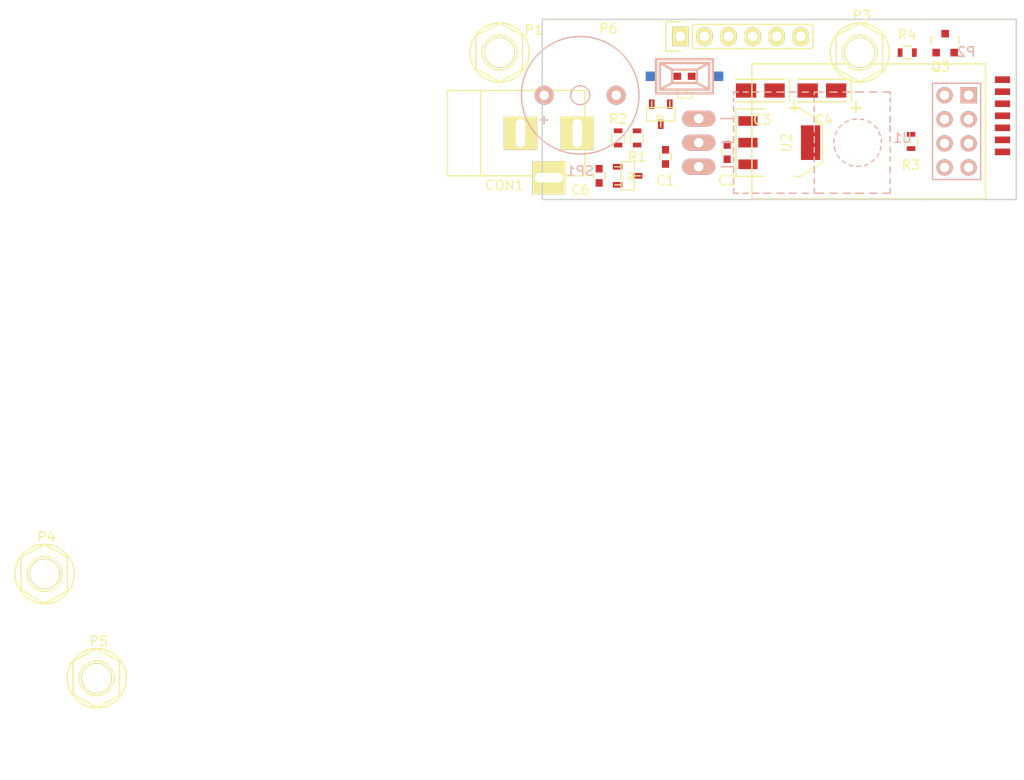
<source format=kicad_pcb>
(kicad_pcb (version 4) (host pcbnew "(2015-01-16 BZR 5376)-product")

  (general
    (links 47)
    (no_connects 47)
    (area 95.924999 76.924999 146.075001 96.075001)
    (thickness 1.6)
    (drawings 11)
    (tracks 0)
    (zones 0)
    (modules 25)
    (nets 17)
  )

  (page A4)
  (layers
    (0 F.Cu signal)
    (31 B.Cu signal)
    (32 B.Adhes user)
    (33 F.Adhes user)
    (34 B.Paste user)
    (35 F.Paste user)
    (36 B.SilkS user)
    (37 F.SilkS user)
    (38 B.Mask user)
    (39 F.Mask user)
    (40 Dwgs.User user)
    (41 Cmts.User user)
    (42 Eco1.User user)
    (43 Eco2.User user)
    (44 Edge.Cuts user)
    (45 Margin user)
    (46 B.CrtYd user)
    (47 F.CrtYd user)
    (48 B.Fab user)
    (49 F.Fab user)
  )

  (setup
    (last_trace_width 0.25)
    (user_trace_width 1)
    (trace_clearance 0.2)
    (zone_clearance 0.508)
    (zone_45_only no)
    (trace_min 0.2)
    (segment_width 0.2)
    (edge_width 0.15)
    (via_size 0.6)
    (via_drill 0.4)
    (via_min_size 0.4)
    (via_min_drill 0.3)
    (uvia_size 0.3)
    (uvia_drill 0.1)
    (uvias_allowed no)
    (uvia_min_size 0.2)
    (uvia_min_drill 0.1)
    (pcb_text_width 0.3)
    (pcb_text_size 1.5 1.5)
    (mod_edge_width 0.15)
    (mod_text_size 1 1)
    (mod_text_width 0.15)
    (pad_size 15 15)
    (pad_drill 0)
    (pad_to_mask_clearance 0.2)
    (aux_axis_origin 0 0)
    (visible_elements 7FFFF7FF)
    (pcbplotparams
      (layerselection 0x00030_80000001)
      (usegerberextensions false)
      (excludeedgelayer true)
      (linewidth 0.100000)
      (plotframeref false)
      (viasonmask false)
      (mode 1)
      (useauxorigin false)
      (hpglpennumber 1)
      (hpglpenspeed 20)
      (hpglpendiameter 15)
      (hpglpenoverlay 2)
      (psnegative false)
      (psa4output false)
      (plotreference true)
      (plotvalue true)
      (plotinvisibletext false)
      (padsonsilk false)
      (subtractmaskfromsilk false)
      (outputformat 1)
      (mirror false)
      (drillshape 1)
      (scaleselection 1)
      (outputdirectory ""))
  )

  (net 0 "")
  (net 1 "Net-(C1-Pad1)")
  (net 2 GND)
  (net 3 +5V)
  (net 4 +3V3)
  (net 5 /RESET)
  (net 6 "Net-(C6-Pad1)")
  (net 7 /TX)
  (net 8 "Net-(P2-Pad3)")
  (net 9 /BUZ)
  (net 10 /GPIO0)
  (net 11 /RX)
  (net 12 "Net-(P7-Pad3)")
  (net 13 "Net-(P7-Pad4)")
  (net 14 "Net-(Q3-Pad1)")
  (net 15 "Net-(Q3-Pad3)")
  (net 16 "Net-(Q1-PadD)")

  (net_class Default "This is the default net class."
    (clearance 0.2)
    (trace_width 0.25)
    (via_dia 0.6)
    (via_drill 0.4)
    (uvia_dia 0.3)
    (uvia_drill 0.1)
    (add_net +3V3)
    (add_net +5V)
    (add_net /BUZ)
    (add_net /GPIO0)
    (add_net /RESET)
    (add_net /RX)
    (add_net /TX)
    (add_net GND)
    (add_net "Net-(C1-Pad1)")
    (add_net "Net-(C6-Pad1)")
    (add_net "Net-(P2-Pad3)")
    (add_net "Net-(P7-Pad3)")
    (add_net "Net-(P7-Pad4)")
    (add_net "Net-(Q1-PadD)")
    (add_net "Net-(Q3-Pad1)")
    (add_net "Net-(Q3-Pad3)")
  )

  (module ESP8266:ESP-01 (layer B.Cu) (tedit 568A3DDA) (tstamp 56879080)
    (at 140.975 85 180)
    (descr "Module, ESP-8266, ESP-01, 8 pin")
    (tags "Module ESP-8266 ESP8266")
    (path /56867F99)
    (fp_text reference P2 (at 0.254 4.572 180) (layer B.SilkS)
      (effects (font (size 1 1) (thickness 0.15)) (justify mirror))
    )
    (fp_text value "ESP8266 - 01" (at 12.192 -3.556 180) (layer B.Fab)
      (effects (font (size 1 1) (thickness 0.15)) (justify mirror))
    )
    (fp_line (start -1.778 3.302) (end 22.86 3.302) (layer F.SilkS) (width 0.1524))
    (fp_line (start 22.86 3.302) (end 22.86 -10.922) (layer F.SilkS) (width 0.1524))
    (fp_line (start 22.86 -10.922) (end -1.778 -10.922) (layer F.SilkS) (width 0.1524))
    (fp_line (start -1.778 -10.922) (end -1.778 3.302) (layer F.SilkS) (width 0.1524))
    (fp_line (start 1.27 1.27) (end -1.27 1.27) (layer B.SilkS) (width 0.1524))
    (fp_line (start -1.27 1.27) (end -1.27 -1.27) (layer B.SilkS) (width 0.1524))
    (fp_line (start -1.75 1.75) (end -1.75 -9.4) (layer B.CrtYd) (width 0.05))
    (fp_line (start 4.3 1.75) (end 4.3 -9.4) (layer B.CrtYd) (width 0.05))
    (fp_line (start -1.75 1.75) (end 4.3 1.75) (layer B.CrtYd) (width 0.05))
    (fp_line (start -1.75 -9.4) (end 4.3 -9.4) (layer B.CrtYd) (width 0.05))
    (fp_line (start -1.27 -1.27) (end -1.27 -8.89) (layer B.SilkS) (width 0.1524))
    (fp_line (start -1.27 -8.89) (end 3.81 -8.89) (layer B.SilkS) (width 0.1524))
    (fp_line (start 3.81 -8.89) (end 3.81 1.27) (layer B.SilkS) (width 0.1524))
    (fp_line (start 3.81 1.27) (end 1.27 1.27) (layer B.SilkS) (width 0.1524))
    (pad 1 thru_hole rect (at 0 0 180) (size 1.7272 1.7272) (drill 1.016) (layers *.Cu *.Mask B.SilkS)
      (net 7 /TX))
    (pad 2 thru_hole oval (at 2.54 0 180) (size 1.7272 1.7272) (drill 1.016) (layers *.Cu *.Mask B.SilkS)
      (net 2 GND))
    (pad 3 thru_hole oval (at 0 -2.54 180) (size 1.7272 1.7272) (drill 1.016) (layers *.Cu *.Mask B.SilkS)
      (net 8 "Net-(P2-Pad3)"))
    (pad 4 thru_hole oval (at 2.54 -2.54 180) (size 1.7272 1.7272) (drill 1.016) (layers *.Cu *.Mask B.SilkS)
      (net 9 /BUZ))
    (pad 5 thru_hole oval (at 0 -5.08 180) (size 1.7272 1.7272) (drill 1.016) (layers *.Cu *.Mask B.SilkS)
      (net 5 /RESET))
    (pad 6 thru_hole oval (at 2.54 -5.08 180) (size 1.7272 1.7272) (drill 1.016) (layers *.Cu *.Mask B.SilkS)
      (net 10 /GPIO0))
    (pad 7 thru_hole oval (at 0 -7.62 180) (size 1.7272 1.7272) (drill 1.016) (layers *.Cu *.Mask B.SilkS)
      (net 4 +3V3))
    (pad 8 thru_hole oval (at 2.54 -7.62 180) (size 1.7272 1.7272) (drill 1.016) (layers *.Cu *.Mask B.SilkS)
      (net 11 /RX))
  )

  (module "SMD Ttorransis:sot23" (layer F.Cu) (tedit 5687D428) (tstamp 5687D272)
    (at 108.5 87 180)
    (descr SOT23)
    (path /568852A3)
    (fp_text reference Q1 (at 0.0254 -0.3302 180) (layer F.SilkS)
      (effects (font (size 0.50038 0.50038) (thickness 0.09906)))
    )
    (fp_text value MOSFET_N (at 0 0.3302 180) (layer F.SilkS) hide
      (effects (font (size 0.50038 0.50038) (thickness 0.09906)))
    )
    (fp_line (start 0.9525 0.6985) (end 0.9525 1.3589) (layer F.SilkS) (width 0.127))
    (fp_line (start -0.9525 0.6985) (end -0.9525 1.3589) (layer F.SilkS) (width 0.127))
    (fp_line (start 0 -0.6985) (end 0 -1.3589) (layer F.SilkS) (width 0.127))
    (fp_line (start -1.4986 -0.6985) (end 1.4986 -0.6985) (layer F.SilkS) (width 0.127))
    (fp_line (start 1.4986 -0.6985) (end 1.4986 0.6985) (layer F.SilkS) (width 0.127))
    (fp_line (start 1.4986 0.6985) (end -1.4986 0.6985) (layer F.SilkS) (width 0.127))
    (fp_line (start -1.4986 0.6985) (end -1.4986 -0.6985) (layer F.SilkS) (width 0.127))
    (pad G smd rect (at -0.9525 1.05664 180) (size 0.59944 1.00076) (layers F.Cu F.Paste F.Mask)
      (net 5 /RESET))
    (pad D smd rect (at 0 -1.05664 180) (size 0.59944 1.00076) (layers F.Cu F.Paste F.Mask)
      (net 16 "Net-(Q1-PadD)"))
    (pad S smd rect (at 0.9525 1.05664 180) (size 0.59944 1.00076) (layers F.Cu F.Paste F.Mask)
      (net 2 GND))
    (model walter/smd_trans/sot23.wrl
      (at (xyz 0 0 0))
      (scale (xyz 1 1 1))
      (rotate (xyz 0 0 0))
    )
  )

  (module "SMD Ttorransis:sot23" (layer F.Cu) (tedit 5687D3D6) (tstamp 5687D278)
    (at 105 93.5 270)
    (descr SOT23)
    (path /5688569A)
    (fp_text reference Q2 (at 0.0254 -0.3302 270) (layer F.SilkS)
      (effects (font (size 0.50038 0.50038) (thickness 0.09906)))
    )
    (fp_text value MOSFET_N (at 0 0.3302 270) (layer F.SilkS) hide
      (effects (font (size 0.50038 0.50038) (thickness 0.09906)))
    )
    (fp_line (start 0.9525 0.6985) (end 0.9525 1.3589) (layer F.SilkS) (width 0.127))
    (fp_line (start -0.9525 0.6985) (end -0.9525 1.3589) (layer F.SilkS) (width 0.127))
    (fp_line (start 0 -0.6985) (end 0 -1.3589) (layer F.SilkS) (width 0.127))
    (fp_line (start -1.4986 -0.6985) (end 1.4986 -0.6985) (layer F.SilkS) (width 0.127))
    (fp_line (start 1.4986 -0.6985) (end 1.4986 0.6985) (layer F.SilkS) (width 0.127))
    (fp_line (start 1.4986 0.6985) (end -1.4986 0.6985) (layer F.SilkS) (width 0.127))
    (fp_line (start -1.4986 0.6985) (end -1.4986 -0.6985) (layer F.SilkS) (width 0.127))
    (pad G smd rect (at -0.9525 1.05664 270) (size 0.59944 1.00076) (layers F.Cu F.Paste F.Mask)
      (net 6 "Net-(C6-Pad1)"))
    (pad D smd rect (at 0 -1.05664 270) (size 0.59944 1.00076) (layers F.Cu F.Paste F.Mask)
      (net 10 /GPIO0))
    (pad S smd rect (at 0.9525 1.05664 270) (size 0.59944 1.00076) (layers F.Cu F.Paste F.Mask)
      (net 2 GND))
    (model walter/smd_trans/sot23.wrl
      (at (xyz 0 0 0))
      (scale (xyz 1 1 1))
      (rotate (xyz 0 0 0))
    )
  )

  (module Capacitors_SMD:C_0603 (layer F.Cu) (tedit 5687AD18) (tstamp 5687904A)
    (at 109 91.5 90)
    (descr "Capacitor SMD 0603, reflow soldering, AVX (see smccp.pdf)")
    (tags "capacitor 0603")
    (path /5688B9AF)
    (attr smd)
    (fp_text reference C1 (at -2.5 0 180) (layer F.SilkS)
      (effects (font (size 1 1) (thickness 0.15)))
    )
    (fp_text value 0.33uF (at 0 1.9 90) (layer F.Fab) hide
      (effects (font (size 1 1) (thickness 0.15)))
    )
    (fp_line (start -1.45 -0.75) (end 1.45 -0.75) (layer F.CrtYd) (width 0.05))
    (fp_line (start -1.45 0.75) (end 1.45 0.75) (layer F.CrtYd) (width 0.05))
    (fp_line (start -1.45 -0.75) (end -1.45 0.75) (layer F.CrtYd) (width 0.05))
    (fp_line (start 1.45 -0.75) (end 1.45 0.75) (layer F.CrtYd) (width 0.05))
    (fp_line (start -0.35 -0.6) (end 0.35 -0.6) (layer F.SilkS) (width 0.15))
    (fp_line (start 0.35 0.6) (end -0.35 0.6) (layer F.SilkS) (width 0.15))
    (pad 1 smd rect (at -0.75 0 90) (size 0.8 0.75) (layers F.Cu F.Paste F.Mask)
      (net 1 "Net-(C1-Pad1)"))
    (pad 2 smd rect (at 0.75 0 90) (size 0.8 0.75) (layers F.Cu F.Paste F.Mask)
      (net 2 GND))
    (model Capacitors_SMD.3dshapes/C_0603.wrl
      (at (xyz 0 0 0))
      (scale (xyz 1 1 1))
      (rotate (xyz 0 0 0))
    )
  )

  (module Capacitors_SMD:C_0603 (layer F.Cu) (tedit 5687ADB2) (tstamp 56879050)
    (at 115.5 91 90)
    (descr "Capacitor SMD 0603, reflow soldering, AVX (see smccp.pdf)")
    (tags "capacitor 0603")
    (path /5688BBB6)
    (attr smd)
    (fp_text reference C2 (at -3 0 180) (layer F.SilkS)
      (effects (font (size 1 1) (thickness 0.15)))
    )
    (fp_text value 0.1uF (at 0 1.9 90) (layer F.Fab) hide
      (effects (font (size 1 1) (thickness 0.15)))
    )
    (fp_line (start -1.45 -0.75) (end 1.45 -0.75) (layer F.CrtYd) (width 0.05))
    (fp_line (start -1.45 0.75) (end 1.45 0.75) (layer F.CrtYd) (width 0.05))
    (fp_line (start -1.45 -0.75) (end -1.45 0.75) (layer F.CrtYd) (width 0.05))
    (fp_line (start 1.45 -0.75) (end 1.45 0.75) (layer F.CrtYd) (width 0.05))
    (fp_line (start -0.35 -0.6) (end 0.35 -0.6) (layer F.SilkS) (width 0.15))
    (fp_line (start 0.35 0.6) (end -0.35 0.6) (layer F.SilkS) (width 0.15))
    (pad 1 smd rect (at -0.75 0 90) (size 0.8 0.75) (layers F.Cu F.Paste F.Mask)
      (net 3 +5V))
    (pad 2 smd rect (at 0.75 0 90) (size 0.8 0.75) (layers F.Cu F.Paste F.Mask)
      (net 2 GND))
    (model Capacitors_SMD.3dshapes/C_0603.wrl
      (at (xyz 0 0 0))
      (scale (xyz 1 1 1))
      (rotate (xyz 0 0 0))
    )
  )

  (module Capacitors_Tantalum_SMD:TantalC_SizeA_EIA-3216_Wave (layer F.Cu) (tedit 5687AEC8) (tstamp 56879056)
    (at 119 84.5 180)
    (descr "Tantal Cap. , Size A, EIA-3216, Wave,")
    (tags "Tantal Cap. , Size A, EIA-3216, Wave,")
    (path /56867A80)
    (attr smd)
    (fp_text reference C3 (at -0.20066 -3.0988 180) (layer F.SilkS)
      (effects (font (size 1 1) (thickness 0.15)))
    )
    (fp_text value 4u7 (at -0.09906 3.0988 180) (layer F.Fab) hide
      (effects (font (size 1 1) (thickness 0.15)))
    )
    (fp_text user + (at -3.59918 -1.80086 180) (layer F.SilkS)
      (effects (font (size 1 1) (thickness 0.15)))
    )
    (fp_line (start -2.60096 1.19888) (end 2.60096 1.19888) (layer F.SilkS) (width 0.15))
    (fp_line (start 2.60096 -1.19888) (end -2.60096 -1.19888) (layer F.SilkS) (width 0.15))
    (fp_line (start -3.59918 -2.2987) (end -3.59918 -1.19888) (layer F.SilkS) (width 0.15))
    (fp_line (start -4.19862 -1.79832) (end -2.99974 -1.79832) (layer F.SilkS) (width 0.15))
    (fp_line (start -3.09626 -1.19888) (end -3.09626 1.19888) (layer F.SilkS) (width 0.15))
    (pad 2 smd rect (at 1.50114 0 180) (size 2.14884 1.50114) (layers F.Cu F.Paste F.Mask)
      (net 2 GND))
    (pad 1 smd rect (at -1.50114 0 180) (size 2.14884 1.50114) (layers F.Cu F.Paste F.Mask)
      (net 3 +5V))
    (model Capacitors_Tantalum_SMD.3dshapes/TantalC_SizeA_EIA-3216_Wave.wrl
      (at (xyz 0 0 0))
      (scale (xyz 1 1 1))
      (rotate (xyz 0 0 180))
    )
  )

  (module Capacitors_Tantalum_SMD:TantalC_SizeA_EIA-3216_Wave (layer F.Cu) (tedit 5687AEC5) (tstamp 5687905C)
    (at 125.5 84.5 180)
    (descr "Tantal Cap. , Size A, EIA-3216, Wave,")
    (tags "Tantal Cap. , Size A, EIA-3216, Wave,")
    (path /56867A7F)
    (attr smd)
    (fp_text reference C4 (at -0.20066 -3.0988 180) (layer F.SilkS)
      (effects (font (size 1 1) (thickness 0.15)))
    )
    (fp_text value 10u (at -0.09906 3.0988 180) (layer F.Fab) hide
      (effects (font (size 1 1) (thickness 0.15)))
    )
    (fp_text user + (at -3.59918 -1.80086 180) (layer F.SilkS)
      (effects (font (size 1 1) (thickness 0.15)))
    )
    (fp_line (start -2.60096 1.19888) (end 2.60096 1.19888) (layer F.SilkS) (width 0.15))
    (fp_line (start 2.60096 -1.19888) (end -2.60096 -1.19888) (layer F.SilkS) (width 0.15))
    (fp_line (start -3.59918 -2.2987) (end -3.59918 -1.19888) (layer F.SilkS) (width 0.15))
    (fp_line (start -4.19862 -1.79832) (end -2.99974 -1.79832) (layer F.SilkS) (width 0.15))
    (fp_line (start -3.09626 -1.19888) (end -3.09626 1.19888) (layer F.SilkS) (width 0.15))
    (pad 2 smd rect (at 1.50114 0 180) (size 2.14884 1.50114) (layers F.Cu F.Paste F.Mask)
      (net 2 GND))
    (pad 1 smd rect (at -1.50114 0 180) (size 2.14884 1.50114) (layers F.Cu F.Paste F.Mask)
      (net 4 +3V3))
    (model Capacitors_Tantalum_SMD.3dshapes/TantalC_SizeA_EIA-3216_Wave.wrl
      (at (xyz 0 0 0))
      (scale (xyz 1 1 1))
      (rotate (xyz 0 0 180))
    )
  )

  (module Capacitors_SMD:C_0603 (layer F.Cu) (tedit 5687AEEA) (tstamp 56879062)
    (at 111 83 180)
    (descr "Capacitor SMD 0603, reflow soldering, AVX (see smccp.pdf)")
    (tags "capacitor 0603")
    (path /56867A92)
    (attr smd)
    (fp_text reference C5 (at 0 -1.9 180) (layer F.SilkS)
      (effects (font (size 1 1) (thickness 0.15)))
    )
    (fp_text value 0.1u (at 0 1.9 180) (layer F.Fab) hide
      (effects (font (size 1 1) (thickness 0.15)))
    )
    (fp_line (start -1.45 -0.75) (end 1.45 -0.75) (layer F.CrtYd) (width 0.05))
    (fp_line (start -1.45 0.75) (end 1.45 0.75) (layer F.CrtYd) (width 0.05))
    (fp_line (start -1.45 -0.75) (end -1.45 0.75) (layer F.CrtYd) (width 0.05))
    (fp_line (start 1.45 -0.75) (end 1.45 0.75) (layer F.CrtYd) (width 0.05))
    (fp_line (start -0.35 -0.6) (end 0.35 -0.6) (layer F.SilkS) (width 0.15))
    (fp_line (start 0.35 0.6) (end -0.35 0.6) (layer F.SilkS) (width 0.15))
    (pad 1 smd rect (at -0.75 0 180) (size 0.8 0.75) (layers F.Cu F.Paste F.Mask)
      (net 5 /RESET))
    (pad 2 smd rect (at 0.75 0 180) (size 0.8 0.75) (layers F.Cu F.Paste F.Mask)
      (net 2 GND))
    (model Capacitors_SMD.3dshapes/C_0603.wrl
      (at (xyz 0 0 0))
      (scale (xyz 1 1 1))
      (rotate (xyz 0 0 0))
    )
  )

  (module Capacitors_SMD:C_0603 (layer F.Cu) (tedit 5687D5C5) (tstamp 56879068)
    (at 102 93.5 270)
    (descr "Capacitor SMD 0603, reflow soldering, AVX (see smccp.pdf)")
    (tags "capacitor 0603")
    (path /56867A7C)
    (attr smd)
    (fp_text reference C6 (at 1.5 2 360) (layer F.SilkS)
      (effects (font (size 1 1) (thickness 0.15)))
    )
    (fp_text value 2u2 (at 0 1.9 270) (layer F.Fab) hide
      (effects (font (size 1 1) (thickness 0.15)))
    )
    (fp_line (start -1.45 -0.75) (end 1.45 -0.75) (layer F.CrtYd) (width 0.05))
    (fp_line (start -1.45 0.75) (end 1.45 0.75) (layer F.CrtYd) (width 0.05))
    (fp_line (start -1.45 -0.75) (end -1.45 0.75) (layer F.CrtYd) (width 0.05))
    (fp_line (start 1.45 -0.75) (end 1.45 0.75) (layer F.CrtYd) (width 0.05))
    (fp_line (start -0.35 -0.6) (end 0.35 -0.6) (layer F.SilkS) (width 0.15))
    (fp_line (start 0.35 0.6) (end -0.35 0.6) (layer F.SilkS) (width 0.15))
    (pad 1 smd rect (at -0.75 0 270) (size 0.8 0.75) (layers F.Cu F.Paste F.Mask)
      (net 6 "Net-(C6-Pad1)"))
    (pad 2 smd rect (at 0.75 0 270) (size 0.8 0.75) (layers F.Cu F.Paste F.Mask)
      (net 2 GND))
    (model Capacitors_SMD.3dshapes/C_0603.wrl
      (at (xyz 0 0 0))
      (scale (xyz 1 1 1))
      (rotate (xyz 0 0 0))
    )
  )

  (module Connect:BARREL_JACK (layer F.Cu) (tedit 568A3CE0) (tstamp 5687906F)
    (at 93.5 89)
    (descr "DC Barrel Jack")
    (tags "Power Jack")
    (path /56882C75)
    (fp_text reference CON1 (at -1.5 5.5 180) (layer F.SilkS)
      (effects (font (size 1 1) (thickness 0.15)))
    )
    (fp_text value 9V/2A (at -11.075 0.025) (layer F.Fab)
      (effects (font (size 1 1) (thickness 0.15)))
    )
    (fp_line (start -4.0005 -4.50088) (end -4.0005 4.50088) (layer F.SilkS) (width 0.15))
    (fp_line (start -7.50062 -4.50088) (end -7.50062 4.50088) (layer F.SilkS) (width 0.15))
    (fp_line (start -7.50062 4.50088) (end 7.00024 4.50088) (layer F.SilkS) (width 0.15))
    (fp_line (start 7.00024 4.50088) (end 7.00024 -4.50088) (layer F.SilkS) (width 0.15))
    (fp_line (start 7.00024 -4.50088) (end -7.50062 -4.50088) (layer F.SilkS) (width 0.15))
    (pad 1 thru_hole rect (at 6.20014 0) (size 3.50012 3.50012) (drill oval 1.00076 2.99974) (layers *.Cu *.Mask F.SilkS)
      (net 1 "Net-(C1-Pad1)"))
    (pad 2 thru_hole rect (at 0.20066 0) (size 3.50012 3.50012) (drill oval 1.00076 2.99974) (layers *.Cu *.Mask F.SilkS)
      (net 2 GND))
    (pad 3 thru_hole rect (at 3.2004 4.699) (size 3.50012 3.50012) (drill oval 2.99974 1.00076) (layers *.Cu *.Mask F.SilkS)
      (net 2 GND))
  )

  (module EE:M3_mounting (layer F.Cu) (tedit 568A3CBA) (tstamp 56879074)
    (at 91.5 80.5)
    (path /56867A98)
    (fp_text reference P1 (at 3.6 -2.4) (layer F.SilkS)
      (effects (font (size 1 1) (thickness 0.15)))
    )
    (fp_text value CONN_01X01 (at 0.25 4) (layer F.Fab) hide
      (effects (font (size 1 1) (thickness 0.15)))
    )
    (fp_line (start 0 3.1) (end 2.4 1.8) (layer F.SilkS) (width 0.15))
    (fp_line (start -2.5 1.7) (end 0 3.1) (layer F.SilkS) (width 0.15))
    (fp_line (start -2.5 -1.8) (end 0 -3.1) (layer F.SilkS) (width 0.15))
    (fp_line (start -2.5 1.8) (end -2.5 -1.8) (layer F.SilkS) (width 0.15))
    (fp_line (start 2.4 -1.8) (end 0 -3.1) (layer F.SilkS) (width 0.15))
    (fp_line (start 2.4 1.8) (end 2.4 -1.9) (layer F.SilkS) (width 0.15))
    (fp_circle (center 0 0) (end 2 2.4) (layer F.SilkS) (width 0.15))
    (fp_line (start 3.1 0) (end 3.1 0.2) (layer F.SilkS) (width 0.15))
    (fp_circle (center 0 0) (end 1.3 1.3) (layer F.SilkS) (width 0.15))
    (pad "" np_thru_hole circle (at 0 0) (size 3.2 3.2) (drill 3) (layers *.Cu *.Mask F.SilkS))
  )

  (module EE:M3_mounting (layer F.Cu) (tedit 5687989A) (tstamp 56879085)
    (at 129.5 80.5)
    (path /56867A99)
    (fp_text reference P3 (at 0.2 -3.9) (layer F.SilkS)
      (effects (font (size 1 1) (thickness 0.15)))
    )
    (fp_text value CONN_01X01 (at 0.25 4) (layer F.Fab) hide
      (effects (font (size 1 1) (thickness 0.15)))
    )
    (fp_line (start 0 3.1) (end 2.4 1.8) (layer F.SilkS) (width 0.15))
    (fp_line (start -2.5 1.7) (end 0 3.1) (layer F.SilkS) (width 0.15))
    (fp_line (start -2.5 -1.8) (end 0 -3.1) (layer F.SilkS) (width 0.15))
    (fp_line (start -2.5 1.8) (end -2.5 -1.8) (layer F.SilkS) (width 0.15))
    (fp_line (start 2.4 -1.8) (end 0 -3.1) (layer F.SilkS) (width 0.15))
    (fp_line (start 2.4 1.8) (end 2.4 -1.9) (layer F.SilkS) (width 0.15))
    (fp_circle (center 0 0) (end 2 2.4) (layer F.SilkS) (width 0.15))
    (fp_line (start 3.1 0) (end 3.1 0.2) (layer F.SilkS) (width 0.15))
    (fp_circle (center 0 0) (end 1.3 1.3) (layer F.SilkS) (width 0.15))
    (pad "" np_thru_hole circle (at 0 0) (size 3.2 3.2) (drill 3) (layers *.Cu *.Mask F.SilkS))
  )

  (module EE:M3_mounting (layer F.Cu) (tedit 567A6770) (tstamp 5687908A)
    (at 43.5 135.5)
    (path /56867A9A)
    (fp_text reference P4 (at 0.2 -3.9) (layer F.SilkS)
      (effects (font (size 1 1) (thickness 0.15)))
    )
    (fp_text value CONN_01X01 (at 0.25 4) (layer F.Fab)
      (effects (font (size 1 1) (thickness 0.15)))
    )
    (fp_line (start 0 3.1) (end 2.4 1.8) (layer F.SilkS) (width 0.15))
    (fp_line (start -2.5 1.7) (end 0 3.1) (layer F.SilkS) (width 0.15))
    (fp_line (start -2.5 -1.8) (end 0 -3.1) (layer F.SilkS) (width 0.15))
    (fp_line (start -2.5 1.8) (end -2.5 -1.8) (layer F.SilkS) (width 0.15))
    (fp_line (start 2.4 -1.8) (end 0 -3.1) (layer F.SilkS) (width 0.15))
    (fp_line (start 2.4 1.8) (end 2.4 -1.9) (layer F.SilkS) (width 0.15))
    (fp_circle (center 0 0) (end 2 2.4) (layer F.SilkS) (width 0.15))
    (fp_line (start 3.1 0) (end 3.1 0.2) (layer F.SilkS) (width 0.15))
    (fp_circle (center 0 0) (end 1.3 1.3) (layer F.SilkS) (width 0.15))
    (pad "" np_thru_hole circle (at 0 0) (size 3.2 3.2) (drill 3) (layers *.Cu *.Mask F.SilkS))
  )

  (module EE:M3_mounting (layer F.Cu) (tedit 567A6770) (tstamp 5687908F)
    (at 49 146.5)
    (path /56867A9B)
    (fp_text reference P5 (at 0.2 -3.9) (layer F.SilkS)
      (effects (font (size 1 1) (thickness 0.15)))
    )
    (fp_text value CONN_01X01 (at 0.25 4) (layer F.Fab)
      (effects (font (size 1 1) (thickness 0.15)))
    )
    (fp_line (start 0 3.1) (end 2.4 1.8) (layer F.SilkS) (width 0.15))
    (fp_line (start -2.5 1.7) (end 0 3.1) (layer F.SilkS) (width 0.15))
    (fp_line (start -2.5 -1.8) (end 0 -3.1) (layer F.SilkS) (width 0.15))
    (fp_line (start -2.5 1.8) (end -2.5 -1.8) (layer F.SilkS) (width 0.15))
    (fp_line (start 2.4 -1.8) (end 0 -3.1) (layer F.SilkS) (width 0.15))
    (fp_line (start 2.4 1.8) (end 2.4 -1.9) (layer F.SilkS) (width 0.15))
    (fp_circle (center 0 0) (end 2 2.4) (layer F.SilkS) (width 0.15))
    (fp_line (start 3.1 0) (end 3.1 0.2) (layer F.SilkS) (width 0.15))
    (fp_circle (center 0 0) (end 1.3 1.3) (layer F.SilkS) (width 0.15))
    (pad "" np_thru_hole circle (at 0 0) (size 3.2 3.2) (drill 3) (layers *.Cu *.Mask F.SilkS))
  )

  (module Pin_Headers:Pin_Header_Straight_1x06 (layer F.Cu) (tedit 568A3CC4) (tstamp 56879099)
    (at 110.575 78.8 90)
    (descr "Through hole pin header")
    (tags "pin header")
    (path /568770FB)
    (fp_text reference P6 (at 0.825 -7.6 180) (layer F.SilkS)
      (effects (font (size 1 1) (thickness 0.15)))
    )
    (fp_text value "2.3\" Display Conn" (at 3 6 180) (layer F.Fab)
      (effects (font (size 1 1) (thickness 0.15)))
    )
    (fp_line (start -1.75 -1.75) (end -1.75 14.45) (layer F.CrtYd) (width 0.05))
    (fp_line (start 1.75 -1.75) (end 1.75 14.45) (layer F.CrtYd) (width 0.05))
    (fp_line (start -1.75 -1.75) (end 1.75 -1.75) (layer F.CrtYd) (width 0.05))
    (fp_line (start -1.75 14.45) (end 1.75 14.45) (layer F.CrtYd) (width 0.05))
    (fp_line (start 1.27 1.27) (end 1.27 13.97) (layer F.SilkS) (width 0.15))
    (fp_line (start 1.27 13.97) (end -1.27 13.97) (layer F.SilkS) (width 0.15))
    (fp_line (start -1.27 13.97) (end -1.27 1.27) (layer F.SilkS) (width 0.15))
    (fp_line (start 1.55 -1.55) (end 1.55 0) (layer F.SilkS) (width 0.15))
    (fp_line (start 1.27 1.27) (end -1.27 1.27) (layer F.SilkS) (width 0.15))
    (fp_line (start -1.55 0) (end -1.55 -1.55) (layer F.SilkS) (width 0.15))
    (fp_line (start -1.55 -1.55) (end 1.55 -1.55) (layer F.SilkS) (width 0.15))
    (pad 1 thru_hole rect (at 0 0 90) (size 2.032 1.7272) (drill 1.016) (layers *.Cu *.Mask F.SilkS)
      (net 3 +5V))
    (pad 2 thru_hole oval (at 0 2.54 90) (size 2.032 1.7272) (drill 1.016) (layers *.Cu *.Mask F.SilkS)
      (net 2 GND))
    (pad 3 thru_hole oval (at 0 5.08 90) (size 2.032 1.7272) (drill 1.016) (layers *.Cu *.Mask F.SilkS)
      (net 11 /RX))
    (pad 4 thru_hole oval (at 0 7.62 90) (size 2.032 1.7272) (drill 1.016) (layers *.Cu *.Mask F.SilkS)
      (net 7 /TX))
    (pad 5 thru_hole oval (at 0 10.16 90) (size 2.032 1.7272) (drill 1.016) (layers *.Cu *.Mask F.SilkS)
      (net 3 +5V))
    (pad 6 thru_hole oval (at 0 12.7 90) (size 2.032 1.7272) (drill 1.016) (layers *.Cu *.Mask F.SilkS)
      (net 3 +5V))
    (model Pin_Headers.3dshapes/Pin_Header_Straight_1x06.wrl
      (at (xyz 0 -0.25 0))
      (scale (xyz 1 1 1))
      (rotate (xyz 0 0 90))
    )
  )

  (module TO_SOT_Packages_SMD:SOT-23 (layer F.Cu) (tedit 5687D62C) (tstamp 568790B9)
    (at 138.5 79.5)
    (descr "SOT-23, Standard")
    (tags SOT-23)
    (path /5687D50B)
    (attr smd)
    (fp_text reference Q3 (at -0.5 2.5) (layer F.SilkS)
      (effects (font (size 1 1) (thickness 0.15)))
    )
    (fp_text value BC847 (at 0 2.3) (layer F.Fab) hide
      (effects (font (size 1 1) (thickness 0.15)))
    )
    (fp_line (start -1.65 -1.6) (end 1.65 -1.6) (layer F.CrtYd) (width 0.05))
    (fp_line (start 1.65 -1.6) (end 1.65 1.6) (layer F.CrtYd) (width 0.05))
    (fp_line (start 1.65 1.6) (end -1.65 1.6) (layer F.CrtYd) (width 0.05))
    (fp_line (start -1.65 1.6) (end -1.65 -1.6) (layer F.CrtYd) (width 0.05))
    (fp_line (start 1.29916 -0.65024) (end 1.2509 -0.65024) (layer F.SilkS) (width 0.15))
    (fp_line (start -1.49982 0.0508) (end -1.49982 -0.65024) (layer F.SilkS) (width 0.15))
    (fp_line (start -1.49982 -0.65024) (end -1.2509 -0.65024) (layer F.SilkS) (width 0.15))
    (fp_line (start 1.29916 -0.65024) (end 1.49982 -0.65024) (layer F.SilkS) (width 0.15))
    (fp_line (start 1.49982 -0.65024) (end 1.49982 0.0508) (layer F.SilkS) (width 0.15))
    (pad 1 smd rect (at -0.95 1.00076) (size 0.8001 0.8001) (layers F.Cu F.Paste F.Mask)
      (net 14 "Net-(Q3-Pad1)"))
    (pad 2 smd rect (at 0.95 1.00076) (size 0.8001 0.8001) (layers F.Cu F.Paste F.Mask)
      (net 2 GND))
    (pad 3 smd rect (at 0 -0.99822) (size 0.8001 0.8001) (layers F.Cu F.Paste F.Mask)
      (net 15 "Net-(Q3-Pad3)"))
    (model TO_SOT_Packages_SMD.3dshapes/SOT-23.wrl
      (at (xyz 0 0 0))
      (scale (xyz 1 1 1))
      (rotate (xyz 0 0 0))
    )
  )

  (module Resistors_SMD:R_0603 (layer F.Cu) (tedit 5687D58D) (tstamp 568790BF)
    (at 106 89.5 90)
    (descr "Resistor SMD 0603, reflow soldering, Vishay (see dcrcw.pdf)")
    (tags "resistor 0603")
    (path /56867A7B)
    (attr smd)
    (fp_text reference R1 (at -2 0 180) (layer F.SilkS)
      (effects (font (size 1 1) (thickness 0.15)))
    )
    (fp_text value 470K (at 0 1.9 90) (layer F.Fab) hide
      (effects (font (size 1 1) (thickness 0.15)))
    )
    (fp_line (start -1.3 -0.8) (end 1.3 -0.8) (layer F.CrtYd) (width 0.05))
    (fp_line (start -1.3 0.8) (end 1.3 0.8) (layer F.CrtYd) (width 0.05))
    (fp_line (start -1.3 -0.8) (end -1.3 0.8) (layer F.CrtYd) (width 0.05))
    (fp_line (start 1.3 -0.8) (end 1.3 0.8) (layer F.CrtYd) (width 0.05))
    (fp_line (start 0.5 0.675) (end -0.5 0.675) (layer F.SilkS) (width 0.15))
    (fp_line (start -0.5 -0.675) (end 0.5 -0.675) (layer F.SilkS) (width 0.15))
    (pad 1 smd rect (at -0.75 0 90) (size 0.5 0.9) (layers F.Cu F.Paste F.Mask)
      (net 4 +3V3))
    (pad 2 smd rect (at 0.75 0 90) (size 0.5 0.9) (layers F.Cu F.Paste F.Mask)
      (net 16 "Net-(Q1-PadD)"))
    (model Resistors_SMD.3dshapes/R_0603.wrl
      (at (xyz 0 0 0))
      (scale (xyz 1 1 1))
      (rotate (xyz 0 0 0))
    )
  )

  (module Resistors_SMD:R_0603 (layer F.Cu) (tedit 5687D590) (tstamp 568790C5)
    (at 104 89.5 90)
    (descr "Resistor SMD 0603, reflow soldering, Vishay (see dcrcw.pdf)")
    (tags "resistor 0603")
    (path /56867A7D)
    (attr smd)
    (fp_text reference R2 (at 2 0 180) (layer F.SilkS)
      (effects (font (size 1 1) (thickness 0.15)))
    )
    (fp_text value 100K (at 0 1.9 90) (layer F.Fab) hide
      (effects (font (size 1 1) (thickness 0.15)))
    )
    (fp_line (start -1.3 -0.8) (end 1.3 -0.8) (layer F.CrtYd) (width 0.05))
    (fp_line (start -1.3 0.8) (end 1.3 0.8) (layer F.CrtYd) (width 0.05))
    (fp_line (start -1.3 -0.8) (end -1.3 0.8) (layer F.CrtYd) (width 0.05))
    (fp_line (start 1.3 -0.8) (end 1.3 0.8) (layer F.CrtYd) (width 0.05))
    (fp_line (start 0.5 0.675) (end -0.5 0.675) (layer F.SilkS) (width 0.15))
    (fp_line (start -0.5 -0.675) (end 0.5 -0.675) (layer F.SilkS) (width 0.15))
    (pad 1 smd rect (at -0.75 0 90) (size 0.5 0.9) (layers F.Cu F.Paste F.Mask)
      (net 6 "Net-(C6-Pad1)"))
    (pad 2 smd rect (at 0.75 0 90) (size 0.5 0.9) (layers F.Cu F.Paste F.Mask)
      (net 16 "Net-(Q1-PadD)"))
    (model Resistors_SMD.3dshapes/R_0603.wrl
      (at (xyz 0 0 0))
      (scale (xyz 1 1 1))
      (rotate (xyz 0 0 0))
    )
  )

  (module Resistors_SMD:R_0603 (layer F.Cu) (tedit 5687D5FF) (tstamp 568790CB)
    (at 134.9 89.875 90)
    (descr "Resistor SMD 0603, reflow soldering, Vishay (see dcrcw.pdf)")
    (tags "resistor 0603")
    (path /56867A8F)
    (attr smd)
    (fp_text reference R3 (at -2.5 0 180) (layer F.SilkS)
      (effects (font (size 1 1) (thickness 0.15)))
    )
    (fp_text value 47K (at 0 1.9 90) (layer F.Fab) hide
      (effects (font (size 1 1) (thickness 0.15)))
    )
    (fp_line (start -1.3 -0.8) (end 1.3 -0.8) (layer F.CrtYd) (width 0.05))
    (fp_line (start -1.3 0.8) (end 1.3 0.8) (layer F.CrtYd) (width 0.05))
    (fp_line (start -1.3 -0.8) (end -1.3 0.8) (layer F.CrtYd) (width 0.05))
    (fp_line (start 1.3 -0.8) (end 1.3 0.8) (layer F.CrtYd) (width 0.05))
    (fp_line (start 0.5 0.675) (end -0.5 0.675) (layer F.SilkS) (width 0.15))
    (fp_line (start -0.5 -0.675) (end 0.5 -0.675) (layer F.SilkS) (width 0.15))
    (pad 1 smd rect (at -0.75 0 90) (size 0.5 0.9) (layers F.Cu F.Paste F.Mask)
      (net 4 +3V3))
    (pad 2 smd rect (at 0.75 0 90) (size 0.5 0.9) (layers F.Cu F.Paste F.Mask)
      (net 8 "Net-(P2-Pad3)"))
    (model Resistors_SMD.3dshapes/R_0603.wrl
      (at (xyz 0 0 0))
      (scale (xyz 1 1 1))
      (rotate (xyz 0 0 0))
    )
  )

  (module Resistors_SMD:R_0603 (layer F.Cu) (tedit 5687D607) (tstamp 568790D1)
    (at 134.5 80.5)
    (descr "Resistor SMD 0603, reflow soldering, Vishay (see dcrcw.pdf)")
    (tags "resistor 0603")
    (path /56887D68)
    (attr smd)
    (fp_text reference R4 (at 0 -1.9) (layer F.SilkS)
      (effects (font (size 1 1) (thickness 0.15)))
    )
    (fp_text value 330E (at 0 1.9) (layer F.Fab) hide
      (effects (font (size 1 1) (thickness 0.15)))
    )
    (fp_line (start -1.3 -0.8) (end 1.3 -0.8) (layer F.CrtYd) (width 0.05))
    (fp_line (start -1.3 0.8) (end 1.3 0.8) (layer F.CrtYd) (width 0.05))
    (fp_line (start -1.3 -0.8) (end -1.3 0.8) (layer F.CrtYd) (width 0.05))
    (fp_line (start 1.3 -0.8) (end 1.3 0.8) (layer F.CrtYd) (width 0.05))
    (fp_line (start 0.5 0.675) (end -0.5 0.675) (layer F.SilkS) (width 0.15))
    (fp_line (start -0.5 -0.675) (end 0.5 -0.675) (layer F.SilkS) (width 0.15))
    (pad 1 smd rect (at -0.75 0) (size 0.5 0.9) (layers F.Cu F.Paste F.Mask)
      (net 14 "Net-(Q3-Pad1)"))
    (pad 2 smd rect (at 0.75 0) (size 0.5 0.9) (layers F.Cu F.Paste F.Mask)
      (net 9 /BUZ))
    (model Resistors_SMD.3dshapes/R_0603.wrl
      (at (xyz 0 0 0))
      (scale (xyz 1 1 1))
      (rotate (xyz 0 0 0))
    )
  )

  (module Buzzers_Beepers:Buzzer_12x9.5RM7.6 (layer B.Cu) (tedit 568A3CCD) (tstamp 568790D7)
    (at 100 85)
    (descr "Generic Buzzer, D12mm height 9.5mm with RM7.6mm")
    (tags buzzer)
    (path /56886952)
    (fp_text reference SP1 (at 0 8.001) (layer B.SilkS)
      (effects (font (size 1 1) (thickness 0.15)) (justify mirror))
    )
    (fp_text value SPEAKER (at -0.15 -3.4) (layer B.Fab) hide
      (effects (font (size 1 1) (thickness 0.15)) (justify mirror))
    )
    (fp_circle (center 0 0) (end 1.00076 0) (layer B.SilkS) (width 0.15))
    (fp_text user + (at -3.81 2.54) (layer B.SilkS)
      (effects (font (size 1 1) (thickness 0.15)) (justify mirror))
    )
    (fp_circle (center 0 0) (end 6.20014 0) (layer B.SilkS) (width 0.15))
    (pad 1 thru_hole circle (at -3.79984 0) (size 2 2) (drill 1.00076) (layers *.Cu *.Mask B.SilkS)
      (net 3 +5V))
    (pad 2 thru_hole circle (at 3.79984 0) (size 2 2) (drill 1.00076) (layers *.Cu *.Mask B.SilkS)
      (net 15 "Net-(Q3-Pad3)"))
    (model Buzzers_Beepers.3dshapes/Buzzer_12x9.5RM7.6.wrl
      (at (xyz 0 0 0))
      (scale (xyz 4 4 4))
      (rotate (xyz 0 0 0))
    )
  )

  (module TO_SOT_Packages_THT:TO-220_Neutral123_Horizontal_MountedFromLS_LargePads (layer B.Cu) (tedit 568798BC) (tstamp 568790E5)
    (at 112.5 90 90)
    (descr "TO-220, Neutral, Horizontal, Mounted from LS, large pads,")
    (tags "TO-220, Neutral, Horizontal, Mounted from LS, large pads,")
    (path /5688B50A)
    (fp_text reference U1 (at 0.5 21.5 180) (layer B.SilkS)
      (effects (font (size 1 1) (thickness 0.15)) (justify mirror))
    )
    (fp_text value L78S05 (at 0.5 10.5 90) (layer B.Fab) hide
      (effects (font (size 1 1) (thickness 0.15)) (justify mirror))
    )
    (fp_line (start 0.0254 3.7084) (end 0.0254 2.413) (layer B.SilkS) (width 0.15))
    (fp_line (start -2.54 3.6576) (end -2.54 2.3622) (layer B.SilkS) (width 0.15))
    (fp_line (start 2.54 3.6576) (end 2.54 2.3114) (layer B.SilkS) (width 0.15))
    (fp_text user "Mounted from LS!" (at 0 12.7 90) (layer B.SilkS) hide
      (effects (font (size 1 1) (thickness 0.15)) (justify mirror))
    )
    (fp_line (start -0.7874 19.1516) (end -0.4572 19.2278) (layer B.SilkS) (width 0.15))
    (fp_line (start -1.4986 18.8214) (end -1.1684 18.9992) (layer B.SilkS) (width 0.15))
    (fp_line (start -2.0574 18.2372) (end -1.8034 18.5166) (layer B.SilkS) (width 0.15))
    (fp_line (start -2.413 17.526) (end -2.286 17.8308) (layer B.SilkS) (width 0.15))
    (fp_line (start -2.5146 16.6878) (end -2.4892 17.0688) (layer B.SilkS) (width 0.15))
    (fp_line (start -2.3622 15.9004) (end -2.4638 16.2306) (layer B.SilkS) (width 0.15))
    (fp_line (start -1.9304 15.1638) (end -2.1336 15.4686) (layer B.SilkS) (width 0.15))
    (fp_line (start -1.3208 14.6304) (end -1.6002 14.8336) (layer B.SilkS) (width 0.15))
    (fp_line (start -0.4064 14.3002) (end -0.889 14.4272) (layer B.SilkS) (width 0.15))
    (fp_line (start 0.4064 14.2748) (end 0 14.2494) (layer B.SilkS) (width 0.15))
    (fp_line (start 1.2446 14.5796) (end 0.8382 14.4018) (layer B.SilkS) (width 0.15))
    (fp_line (start 1.8796 15.113) (end 1.5748 14.8082) (layer B.SilkS) (width 0.15))
    (fp_line (start 2.3368 15.8242) (end 2.1336 15.4432) (layer B.SilkS) (width 0.15))
    (fp_line (start 2.5146 16.637) (end 2.4384 16.2306) (layer B.SilkS) (width 0.15))
    (fp_line (start 2.4384 17.399) (end 2.4638 17.0688) (layer B.SilkS) (width 0.15))
    (fp_line (start 2.0828 18.1864) (end 2.2606 17.8562) (layer B.SilkS) (width 0.15))
    (fp_line (start 1.4986 18.8214) (end 1.778 18.542) (layer B.SilkS) (width 0.15))
    (fp_line (start 0.762 19.1516) (end 1.1176 18.9992) (layer B.SilkS) (width 0.15))
    (fp_line (start 0.0254 19.2786) (end 0.3556 19.2532) (layer B.SilkS) (width 0.15))
    (fp_line (start -5.334 4.191) (end -5.334 3.683) (layer B.SilkS) (width 0.15))
    (fp_line (start -5.334 5.207) (end -5.334 4.699) (layer B.SilkS) (width 0.15))
    (fp_line (start -5.334 6.35) (end -5.334 5.715) (layer B.SilkS) (width 0.15))
    (fp_line (start -5.334 7.62) (end -5.334 6.858) (layer B.SilkS) (width 0.15))
    (fp_line (start -5.334 9.017) (end -5.334 8.255) (layer B.SilkS) (width 0.15))
    (fp_line (start -5.334 10.287) (end -5.334 9.525) (layer B.SilkS) (width 0.15))
    (fp_line (start -5.334 11.557) (end -5.334 10.922) (layer B.SilkS) (width 0.15))
    (fp_line (start -5.334 13.208) (end -5.334 12.192) (layer B.SilkS) (width 0.15))
    (fp_line (start -5.334 14.605) (end -5.334 13.843) (layer B.SilkS) (width 0.15))
    (fp_line (start -5.334 16.002) (end -5.334 15.24) (layer B.SilkS) (width 0.15))
    (fp_line (start -5.334 17.399) (end -5.334 16.51) (layer B.SilkS) (width 0.15))
    (fp_line (start -5.334 18.796) (end -5.334 18.034) (layer B.SilkS) (width 0.15))
    (fp_line (start -5.334 20.193) (end -5.334 19.431) (layer B.SilkS) (width 0.15))
    (fp_line (start 5.334 4.191) (end 5.334 3.683) (layer B.SilkS) (width 0.15))
    (fp_line (start 5.334 5.207) (end 5.334 4.699) (layer B.SilkS) (width 0.15))
    (fp_line (start 5.334 6.35) (end 5.334 5.715) (layer B.SilkS) (width 0.15))
    (fp_line (start 5.334 7.62) (end 5.334 6.858) (layer B.SilkS) (width 0.15))
    (fp_line (start 5.334 9.017) (end 5.334 8.255) (layer B.SilkS) (width 0.15))
    (fp_line (start 5.334 10.287) (end 5.334 9.525) (layer B.SilkS) (width 0.15))
    (fp_line (start 5.334 11.557) (end 5.334 10.922) (layer B.SilkS) (width 0.15))
    (fp_line (start 5.334 13.208) (end 5.334 12.192) (layer B.SilkS) (width 0.15))
    (fp_line (start 5.334 14.605) (end 5.334 13.843) (layer B.SilkS) (width 0.15))
    (fp_line (start 5.334 16.002) (end 5.334 15.24) (layer B.SilkS) (width 0.15))
    (fp_line (start 5.334 17.399) (end 5.334 16.51) (layer B.SilkS) (width 0.15))
    (fp_line (start 5.334 18.796) (end 5.334 18.034) (layer B.SilkS) (width 0.15))
    (fp_line (start 5.334 20.193) (end 5.334 19.431) (layer B.SilkS) (width 0.15))
    (fp_line (start 5.08 20.193) (end 5.334 20.193) (layer B.SilkS) (width 0.15))
    (fp_line (start 4.318 20.193) (end 4.699 20.193) (layer B.SilkS) (width 0.15))
    (fp_line (start 3.302 20.193) (end 3.81 20.193) (layer B.SilkS) (width 0.15))
    (fp_line (start 2.159 20.193) (end 2.794 20.193) (layer B.SilkS) (width 0.15))
    (fp_line (start 1.143 20.193) (end 1.778 20.193) (layer B.SilkS) (width 0.15))
    (fp_line (start 0.127 20.193) (end 0.635 20.193) (layer B.SilkS) (width 0.15))
    (fp_line (start -1.016 20.193) (end -0.508 20.193) (layer B.SilkS) (width 0.15))
    (fp_line (start -1.905 20.193) (end -1.524 20.193) (layer B.SilkS) (width 0.15))
    (fp_line (start -3.175 20.193) (end -2.54 20.193) (layer B.SilkS) (width 0.15))
    (fp_line (start -4.318 20.193) (end -3.81 20.193) (layer B.SilkS) (width 0.15))
    (fp_line (start -5.334 20.193) (end -4.826 20.193) (layer B.SilkS) (width 0.15))
    (fp_line (start 5.08 12.192) (end 5.334 12.192) (layer B.SilkS) (width 0.15))
    (fp_line (start 4.318 12.192) (end 4.699 12.192) (layer B.SilkS) (width 0.15))
    (fp_line (start 3.302 12.192) (end 3.81 12.192) (layer B.SilkS) (width 0.15))
    (fp_line (start 2.159 12.192) (end 2.794 12.192) (layer B.SilkS) (width 0.15))
    (fp_line (start 1.143 12.192) (end 1.778 12.192) (layer B.SilkS) (width 0.15))
    (fp_line (start 0 12.192) (end 0.635 12.192) (layer B.SilkS) (width 0.15))
    (fp_line (start -1.016 12.192) (end -0.508 12.192) (layer B.SilkS) (width 0.15))
    (fp_line (start -2.032 12.192) (end -1.524 12.192) (layer B.SilkS) (width 0.15))
    (fp_line (start -3.175 12.192) (end -2.54 12.192) (layer B.SilkS) (width 0.15))
    (fp_line (start -4.318 12.192) (end -3.81 12.192) (layer B.SilkS) (width 0.15))
    (fp_line (start -5.334 12.192) (end -4.826 12.192) (layer B.SilkS) (width 0.15))
    (fp_line (start 5.08 3.683) (end 5.334 3.683) (layer B.SilkS) (width 0.15))
    (fp_line (start 4.318 3.683) (end 4.699 3.683) (layer B.SilkS) (width 0.15))
    (fp_line (start 3.302 3.683) (end 3.81 3.683) (layer B.SilkS) (width 0.15))
    (fp_line (start 2.159 3.683) (end 2.794 3.683) (layer B.SilkS) (width 0.15))
    (fp_line (start 1.143 3.683) (end 1.778 3.683) (layer B.SilkS) (width 0.15))
    (fp_line (start 0 3.683) (end 0.635 3.683) (layer B.SilkS) (width 0.15))
    (fp_line (start -1.016 3.683) (end -0.508 3.683) (layer B.SilkS) (width 0.15))
    (fp_line (start -2.032 3.683) (end -1.524 3.683) (layer B.SilkS) (width 0.15))
    (fp_line (start -3.175 3.683) (end -2.54 3.683) (layer B.SilkS) (width 0.15))
    (fp_line (start -4.318 3.683) (end -3.81 3.683) (layer B.SilkS) (width 0.15))
    (fp_line (start -5.334 3.683) (end -4.826 3.683) (layer B.SilkS) (width 0.15))
    (pad 2 thru_hole oval (at 0 0) (size 3.50012 1.69926) (drill 1.00076) (layers *.Cu *.Mask B.SilkS)
      (net 2 GND))
    (pad 3 thru_hole oval (at -2.54 0) (size 3.50012 1.69926) (drill 1.00076) (layers *.Cu *.Mask B.SilkS)
      (net 3 +5V))
    (pad 1 thru_hole oval (at 2.54 0) (size 3.50012 1.69926) (drill 1.00076) (layers *.Cu *.Mask B.SilkS)
      (net 1 "Net-(C1-Pad1)"))
    (pad "" np_thru_hole circle (at 0 16.764) (size 3.79984 3.79984) (drill 3.79984) (layers *.Cu *.Mask B.SilkS))
    (model TO_SOT_Packages_THT.3dshapes/TO-220_Neutral123_Horizontal_MountedFromLS_LargePads.wrl
      (at (xyz 0 0 0))
      (scale (xyz 0.3937 0.3937 0.3937))
      (rotate (xyz 0 0 0))
    )
  )

  (module TO_SOT_Packages_SMD:SOT-223 (layer F.Cu) (tedit 56879D97) (tstamp 568790ED)
    (at 121 90 270)
    (descr "module CMS SOT223 4 pins")
    (tags "CMS SOT")
    (path /56867A7E)
    (attr smd)
    (fp_text reference U2 (at 0 -0.762 270) (layer F.SilkS)
      (effects (font (size 1 1) (thickness 0.15)))
    )
    (fp_text value 1117-3.3 (at 13 1.5 270) (layer F.Fab) hide
      (effects (font (size 1 1) (thickness 0.15)))
    )
    (fp_line (start -3.556 1.524) (end -3.556 4.572) (layer F.SilkS) (width 0.15))
    (fp_line (start -3.556 4.572) (end 3.556 4.572) (layer F.SilkS) (width 0.15))
    (fp_line (start 3.556 4.572) (end 3.556 1.524) (layer F.SilkS) (width 0.15))
    (fp_line (start -3.556 -1.524) (end -3.556 -2.286) (layer F.SilkS) (width 0.15))
    (fp_line (start -3.556 -2.286) (end -2.032 -4.572) (layer F.SilkS) (width 0.15))
    (fp_line (start -2.032 -4.572) (end 2.032 -4.572) (layer F.SilkS) (width 0.15))
    (fp_line (start 2.032 -4.572) (end 3.556 -2.286) (layer F.SilkS) (width 0.15))
    (fp_line (start 3.556 -2.286) (end 3.556 -1.524) (layer F.SilkS) (width 0.15))
    (pad 4 smd rect (at 0 -3.302 270) (size 3.6576 2.032) (layers F.Cu F.Paste F.Mask))
    (pad 2 smd rect (at 0 3.302 270) (size 1.016 2.032) (layers F.Cu F.Paste F.Mask)
      (net 4 +3V3))
    (pad 3 smd rect (at 2.286 3.302 270) (size 1.016 2.032) (layers F.Cu F.Paste F.Mask)
      (net 3 +5V))
    (pad 1 smd rect (at -2.286 3.302 270) (size 1.016 2.032) (layers F.Cu F.Paste F.Mask)
      (net 2 GND))
    (model TO_SOT_Packages_SMD.3dshapes/SOT-223.wrl
      (at (xyz 0 0 0))
      (scale (xyz 0.4 0.4 0.4))
      (rotate (xyz 0 0 0))
    )
  )

  (module sw:smd_push (layer B.Cu) (tedit 56879EB3) (tstamp 56879ECD)
    (at 111 83)
    (descr "SMD Pushbutton")
    (path /56867A78)
    (autoplace_cost180 10)
    (fp_text reference SW1 (at 6.5 0.5) (layer B.SilkS) hide
      (effects (font (size 1.143 1.27) (thickness 0.1524)) (justify mirror))
    )
    (fp_text value SW_PUSH (at 0 -2.79908) (layer B.SilkS) hide
      (effects (font (size 1.143 1.27) (thickness 0.1524)) (justify mirror))
    )
    (fp_line (start 1.30048 0.70104) (end 2.60096 1.39954) (layer B.SilkS) (width 0.254))
    (fp_line (start 1.30048 -0.70104) (end 2.60096 -1.39954) (layer B.SilkS) (width 0.254))
    (fp_line (start -1.30048 -0.70104) (end -2.60096 -1.39954) (layer B.SilkS) (width 0.254))
    (fp_line (start -2.60096 1.39954) (end -1.30048 0.70104) (layer B.SilkS) (width 0.254))
    (fp_line (start -2.60096 1.39954) (end 2.60096 1.39954) (layer B.SilkS) (width 0.254))
    (fp_line (start 2.60096 1.39954) (end 2.60096 -1.39954) (layer B.SilkS) (width 0.254))
    (fp_line (start 2.60096 -1.39954) (end -2.60096 -1.39954) (layer B.SilkS) (width 0.254))
    (fp_line (start -2.60096 -1.39954) (end -2.60096 1.39954) (layer B.SilkS) (width 0.254))
    (fp_line (start -1.30048 0.70104) (end 1.30048 0.70104) (layer B.SilkS) (width 0.254))
    (fp_line (start 1.30048 0.70104) (end 1.30048 -0.70104) (layer B.SilkS) (width 0.254))
    (fp_line (start 1.30048 -0.70104) (end -1.30048 -0.70104) (layer B.SilkS) (width 0.254))
    (fp_line (start -1.30048 -0.70104) (end -1.30048 0.70104) (layer B.SilkS) (width 0.254))
    (fp_line (start -2.99974 1.80086) (end 2.99974 1.80086) (layer B.SilkS) (width 0.254))
    (fp_line (start 2.99974 1.80086) (end 2.99974 -1.80086) (layer B.SilkS) (width 0.254))
    (fp_line (start 2.99974 -1.80086) (end -2.99974 -1.80086) (layer B.SilkS) (width 0.254))
    (fp_line (start -2.99974 -1.80086) (end -2.99974 1.80086) (layer B.SilkS) (width 0.254))
    (pad 1 smd rect (at -3.59918 0) (size 1.00076 1.00076) (layers B.Cu B.Paste B.Mask)
      (net 2 GND))
    (pad 2 smd rect (at 3.59918 0) (size 1.00076 1.00076) (layers B.Cu B.Paste B.Mask)
      (net 5 /RESET))
    (model walter/switch/smd_push.wrl
      (at (xyz 0 0 0))
      (scale (xyz 1 1 1))
      (rotate (xyz 0 0 0))
    )
  )

  (module connect:1.27mm_smd_Header (layer F.Cu) (tedit 568625A6) (tstamp 568A6FE0)
    (at 144.55 90.975 90)
    (path /5687971C)
    (fp_text reference P7 (at 4 3 90) (layer F.SilkS) hide
      (effects (font (size 1 1) (thickness 0.15)))
    )
    (fp_text value "0.8\" Display Conn" (at 4.25 2 90) (layer F.SilkS) hide
      (effects (font (size 1 1) (thickness 0.15)))
    )
    (pad 1 smd rect (at 0 0 90) (size 0.7 1.6) (layers F.Cu F.Paste F.Mask)
      (net 3 +5V))
    (pad 2 smd rect (at 1.27 0 90) (size 0.7 1.6) (layers F.Cu F.Paste F.Mask)
      (net 2 GND))
    (pad 3 smd rect (at 2.54 0 90) (size 0.7 1.6) (layers F.Cu F.Paste F.Mask)
      (net 12 "Net-(P7-Pad3)"))
    (pad 4 smd rect (at 3.81 0 90) (size 0.7 1.6) (layers F.Cu F.Paste F.Mask)
      (net 13 "Net-(P7-Pad4)"))
    (pad 5 smd rect (at 5.08 0 90) (size 0.7 1.6) (layers F.Cu F.Paste F.Mask)
      (net 11 /RX))
    (pad 6 smd rect (at 6.35 0 90) (size 0.7 1.6) (layers F.Cu F.Paste F.Mask)
      (net 7 /TX))
    (pad 7 smd rect (at 7.62 0 90) (size 0.7 1.6) (layers F.Cu F.Paste F.Mask)
      (net 3 +5V))
  )

  (gr_line (start 146 96) (end 136 96) (angle 90) (layer Edge.Cuts) (width 0.15))
  (gr_line (start 146 77) (end 146 96) (angle 90) (layer Edge.Cuts) (width 0.15))
  (gr_line (start 136 77) (end 146 77) (angle 90) (layer Edge.Cuts) (width 0.15))
  (dimension 60 (width 0.3) (layer B.CrtYd)
    (gr_text "60.000 mm" (at 116 157.85) (layer B.CrtYd)
      (effects (font (size 1.5 1.5) (thickness 0.3)))
    )
    (feature1 (pts (xy 146 146) (xy 146 159.2)))
    (feature2 (pts (xy 86 146) (xy 86 159.2)))
    (crossbar (pts (xy 86 156.5) (xy 146 156.5)))
    (arrow1a (pts (xy 146 156.5) (xy 144.873496 157.086421)))
    (arrow1b (pts (xy 146 156.5) (xy 144.873496 155.913579)))
    (arrow2a (pts (xy 86 156.5) (xy 87.126504 157.086421)))
    (arrow2b (pts (xy 86 156.5) (xy 87.126504 155.913579)))
  )
  (dimension 10 (width 0.3) (layer B.CrtYd)
    (gr_text "10.000 mm" (at 141 149.85) (layer B.CrtYd)
      (effects (font (size 1.5 1.5) (thickness 0.3)))
    )
    (feature1 (pts (xy 146 96) (xy 146 151.2)))
    (feature2 (pts (xy 136 96) (xy 136 151.2)))
    (crossbar (pts (xy 136 148.5) (xy 146 148.5)))
    (arrow1a (pts (xy 146 148.5) (xy 144.873496 149.086421)))
    (arrow1b (pts (xy 146 148.5) (xy 144.873496 147.913579)))
    (arrow2a (pts (xy 136 148.5) (xy 137.126504 149.086421)))
    (arrow2b (pts (xy 136 148.5) (xy 137.126504 147.913579)))
  )
  (dimension 10 (width 0.3) (layer B.CrtYd)
    (gr_text "10.000 mm" (at 91 149.35) (layer B.CrtYd)
      (effects (font (size 1.5 1.5) (thickness 0.3)))
    )
    (feature1 (pts (xy 86 94.5) (xy 86 150.7)))
    (feature2 (pts (xy 96 94.5) (xy 96 150.7)))
    (crossbar (pts (xy 96 148) (xy 86 148)))
    (arrow1a (pts (xy 86 148) (xy 87.126504 147.413579)))
    (arrow1b (pts (xy 86 148) (xy 87.126504 148.586421)))
    (arrow2a (pts (xy 96 148) (xy 94.873496 147.413579)))
    (arrow2b (pts (xy 96 148) (xy 94.873496 148.586421)))
  )
  (gr_line (start 136 96) (end 96 96) (angle 90) (layer Edge.Cuts) (width 0.15))
  (gr_line (start 96 77) (end 136 77) (angle 90) (layer Edge.Cuts) (width 0.15))
  (gr_line (start 96 96) (end 96 77) (angle 90) (layer Edge.Cuts) (width 0.15))
  (dimension 19 (width 0.3) (layer B.CrtYd)
    (gr_text "19.000 mm" (at 71.65 86.5 90) (layer B.CrtYd)
      (effects (font (size 1.5 1.5) (thickness 0.3)))
    )
    (feature1 (pts (xy 96 77) (xy 70.3 77)))
    (feature2 (pts (xy 96 96) (xy 70.3 96)))
    (crossbar (pts (xy 73 96) (xy 73 77)))
    (arrow1a (pts (xy 73 77) (xy 73.586421 78.126504)))
    (arrow1b (pts (xy 73 77) (xy 72.413579 78.126504)))
    (arrow2a (pts (xy 73 96) (xy 73.586421 94.873496)))
    (arrow2b (pts (xy 73 96) (xy 72.413579 94.873496)))
  )
  (dimension 40 (width 0.3) (layer B.CrtYd)
    (gr_text "40.000 mm" (at 116 116.35) (layer B.CrtYd)
      (effects (font (size 1.5 1.5) (thickness 0.3)))
    )
    (feature1 (pts (xy 136 96) (xy 136 117.7)))
    (feature2 (pts (xy 96 96) (xy 96 117.7)))
    (crossbar (pts (xy 96 115) (xy 136 115)))
    (arrow1a (pts (xy 136 115) (xy 134.873496 115.586421)))
    (arrow1b (pts (xy 136 115) (xy 134.873496 114.413579)))
    (arrow2a (pts (xy 96 115) (xy 97.126504 115.586421)))
    (arrow2b (pts (xy 96 115) (xy 97.126504 114.413579)))
  )

)

</source>
